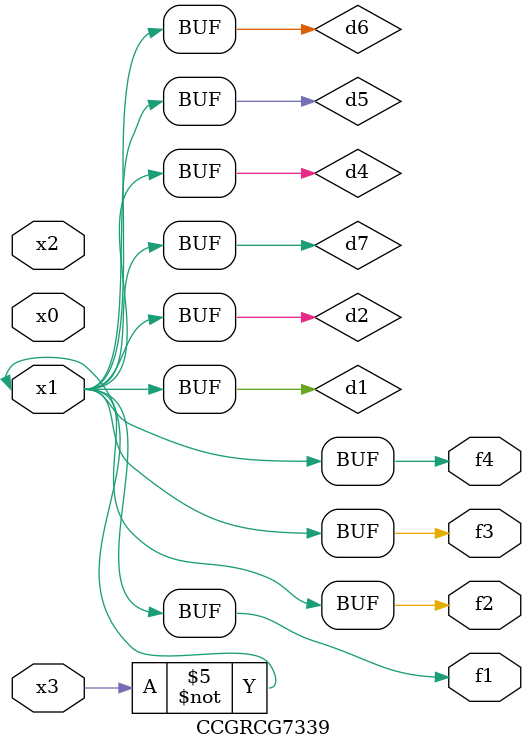
<source format=v>
module CCGRCG7339(
	input x0, x1, x2, x3,
	output f1, f2, f3, f4
);

	wire d1, d2, d3, d4, d5, d6, d7;

	not (d1, x3);
	buf (d2, x1);
	xnor (d3, d1, d2);
	nor (d4, d1);
	buf (d5, d1, d2);
	buf (d6, d4, d5);
	nand (d7, d4);
	assign f1 = d6;
	assign f2 = d7;
	assign f3 = d6;
	assign f4 = d6;
endmodule

</source>
